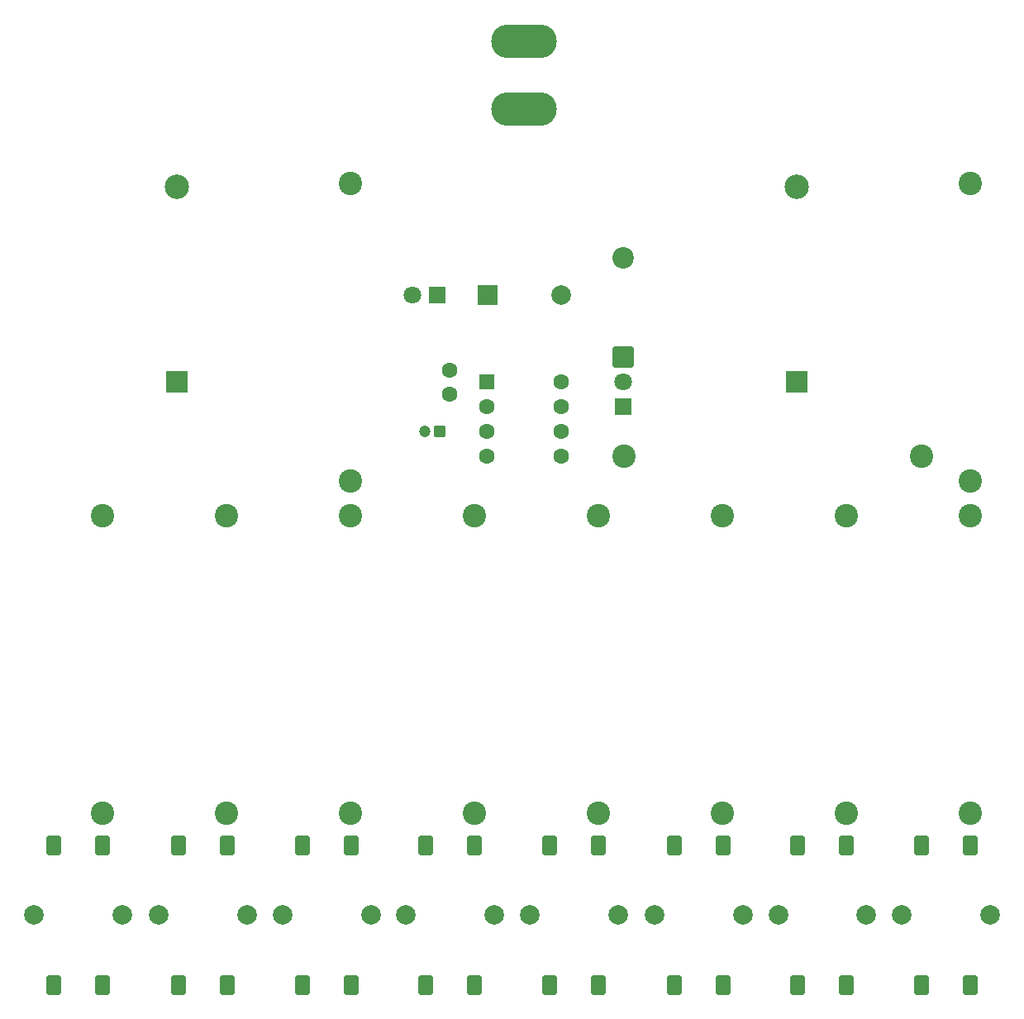
<source format=gbr>
%TF.GenerationSoftware,KiCad,Pcbnew,9.0.6*%
%TF.CreationDate,2025-12-13T22:30:01+01:00*%
%TF.ProjectId,piano,7069616e-6f2e-46b6-9963-61645f706362,rev?*%
%TF.SameCoordinates,Original*%
%TF.FileFunction,Soldermask,Top*%
%TF.FilePolarity,Negative*%
%FSLAX46Y46*%
G04 Gerber Fmt 4.6, Leading zero omitted, Abs format (unit mm)*
G04 Created by KiCad (PCBNEW 9.0.6) date 2025-12-13 22:30:01*
%MOMM*%
%LPD*%
G01*
G04 APERTURE LIST*
G04 Aperture macros list*
%AMRoundRect*
0 Rectangle with rounded corners*
0 $1 Rounding radius*
0 $2 $3 $4 $5 $6 $7 $8 $9 X,Y pos of 4 corners*
0 Add a 4 corners polygon primitive as box body*
4,1,4,$2,$3,$4,$5,$6,$7,$8,$9,$2,$3,0*
0 Add four circle primitives for the rounded corners*
1,1,$1+$1,$2,$3*
1,1,$1+$1,$4,$5*
1,1,$1+$1,$6,$7*
1,1,$1+$1,$8,$9*
0 Add four rect primitives between the rounded corners*
20,1,$1+$1,$2,$3,$4,$5,0*
20,1,$1+$1,$4,$5,$6,$7,0*
20,1,$1+$1,$6,$7,$8,$9,0*
20,1,$1+$1,$8,$9,$2,$3,0*%
G04 Aperture macros list end*
%ADD10R,1.800000X1.800000*%
%ADD11C,1.800000*%
%ADD12R,2.000000X2.000000*%
%ADD13C,2.000000*%
%ADD14C,2.400000*%
%ADD15RoundRect,0.250000X0.350000X0.350000X-0.350000X0.350000X-0.350000X-0.350000X0.350000X-0.350000X0*%
%ADD16C,1.200000*%
%ADD17O,6.724000X3.464000*%
%ADD18RoundRect,0.250000X0.500000X-0.750000X0.500000X0.750000X-0.500000X0.750000X-0.500000X-0.750000X0*%
%ADD19R,2.170000X2.170000*%
%ADD20C,2.500000*%
%ADD21C,1.600000*%
%ADD22RoundRect,0.249999X0.850001X-0.850001X0.850001X0.850001X-0.850001X0.850001X-0.850001X-0.850001X0*%
%ADD23C,2.200000*%
%ADD24RoundRect,0.250000X-0.550000X-0.550000X0.550000X-0.550000X0.550000X0.550000X-0.550000X0.550000X0*%
G04 APERTURE END LIST*
D10*
%TO.C,D1*%
X163830000Y-92710000D03*
D11*
X163830000Y-90170000D03*
%TD*%
D12*
%TO.C,BZ1*%
X149870000Y-81280000D03*
D13*
X157470000Y-81280000D03*
%TD*%
D14*
%TO.C,R11*%
X135890000Y-69845000D03*
X135890000Y-100325000D03*
%TD*%
D15*
%TO.C,C1*%
X145010000Y-95250000D03*
D16*
X143510000Y-95250000D03*
%TD*%
D17*
%TO.C,S1*%
X153670000Y-55230000D03*
X153670000Y-62230000D03*
%TD*%
D13*
%TO.C,SW1*%
X103450000Y-144780000D03*
X112450000Y-144780000D03*
D18*
X105450000Y-151930000D03*
X105450000Y-137630000D03*
X110450000Y-151930000D03*
X110450000Y-137630000D03*
%TD*%
D13*
%TO.C,SW8*%
X192350000Y-144780000D03*
X201350000Y-144780000D03*
D18*
X194350000Y-151930000D03*
X194350000Y-137630000D03*
X199350000Y-151930000D03*
X199350000Y-137630000D03*
%TD*%
D19*
%TO.C,BAT2*%
X181610000Y-90170000D03*
D20*
X181610000Y-70170000D03*
%TD*%
D10*
%TO.C,D3*%
X144780000Y-81280000D03*
D11*
X142240000Y-81280000D03*
%TD*%
D14*
%TO.C,R9*%
X194315000Y-97790000D03*
X163835000Y-97790000D03*
%TD*%
D13*
%TO.C,SW2*%
X116230000Y-144780000D03*
X125230000Y-144780000D03*
D18*
X118230000Y-151930000D03*
X118230000Y-137630000D03*
X123230000Y-151930000D03*
X123230000Y-137630000D03*
%TD*%
D14*
%TO.C,R7*%
X186690000Y-134371000D03*
X186690000Y-103891000D03*
%TD*%
D21*
%TO.C,C2*%
X146050000Y-91440000D03*
X146050000Y-88940000D03*
%TD*%
D13*
%TO.C,SW4*%
X141550000Y-144780000D03*
X150550000Y-144780000D03*
D18*
X143550000Y-151930000D03*
X143550000Y-137630000D03*
X148550000Y-151930000D03*
X148550000Y-137630000D03*
%TD*%
D19*
%TO.C,BAT1*%
X118110000Y-90170000D03*
D20*
X118110000Y-70170000D03*
%TD*%
D13*
%TO.C,SW7*%
X179690000Y-144780000D03*
X188690000Y-144780000D03*
D18*
X181690000Y-151930000D03*
X181690000Y-137630000D03*
X186690000Y-151930000D03*
X186690000Y-137630000D03*
%TD*%
D14*
%TO.C,R10*%
X199390000Y-134371000D03*
X199390000Y-103891000D03*
%TD*%
%TO.C,R2*%
X123190000Y-134371000D03*
X123190000Y-103891000D03*
%TD*%
%TO.C,R8*%
X199390000Y-100335000D03*
X199390000Y-69855000D03*
%TD*%
D22*
%TO.C,D2*%
X163830000Y-87630000D03*
D23*
X163830000Y-77470000D03*
%TD*%
D14*
%TO.C,R6*%
X173990000Y-134371000D03*
X173990000Y-103891000D03*
%TD*%
D13*
%TO.C,SW3*%
X128930000Y-144780000D03*
X137930000Y-144780000D03*
D18*
X130930000Y-151930000D03*
X130930000Y-137630000D03*
X135930000Y-151930000D03*
X135930000Y-137630000D03*
%TD*%
D14*
%TO.C,R5*%
X161290000Y-134371000D03*
X161290000Y-103891000D03*
%TD*%
%TO.C,R1*%
X110490000Y-134371000D03*
X110490000Y-103891000D03*
%TD*%
D13*
%TO.C,SW5*%
X154250000Y-144780000D03*
X163250000Y-144780000D03*
D18*
X156250000Y-151930000D03*
X156250000Y-137630000D03*
X161250000Y-151930000D03*
X161250000Y-137630000D03*
%TD*%
D14*
%TO.C,R3*%
X135890000Y-134371000D03*
X135890000Y-103891000D03*
%TD*%
%TO.C,R4*%
X148590000Y-134371000D03*
X148590000Y-103891000D03*
%TD*%
D24*
%TO.C,U1*%
X149860000Y-90170000D03*
D21*
X149860000Y-92710000D03*
X149860000Y-95250000D03*
X149860000Y-97790000D03*
X157480000Y-97790000D03*
X157480000Y-95250000D03*
X157480000Y-92710000D03*
X157480000Y-90170000D03*
%TD*%
D13*
%TO.C,SW6*%
X167030000Y-144780000D03*
X176030000Y-144780000D03*
D18*
X169030000Y-151930000D03*
X169030000Y-137630000D03*
X174030000Y-151930000D03*
X174030000Y-137630000D03*
%TD*%
M02*

</source>
